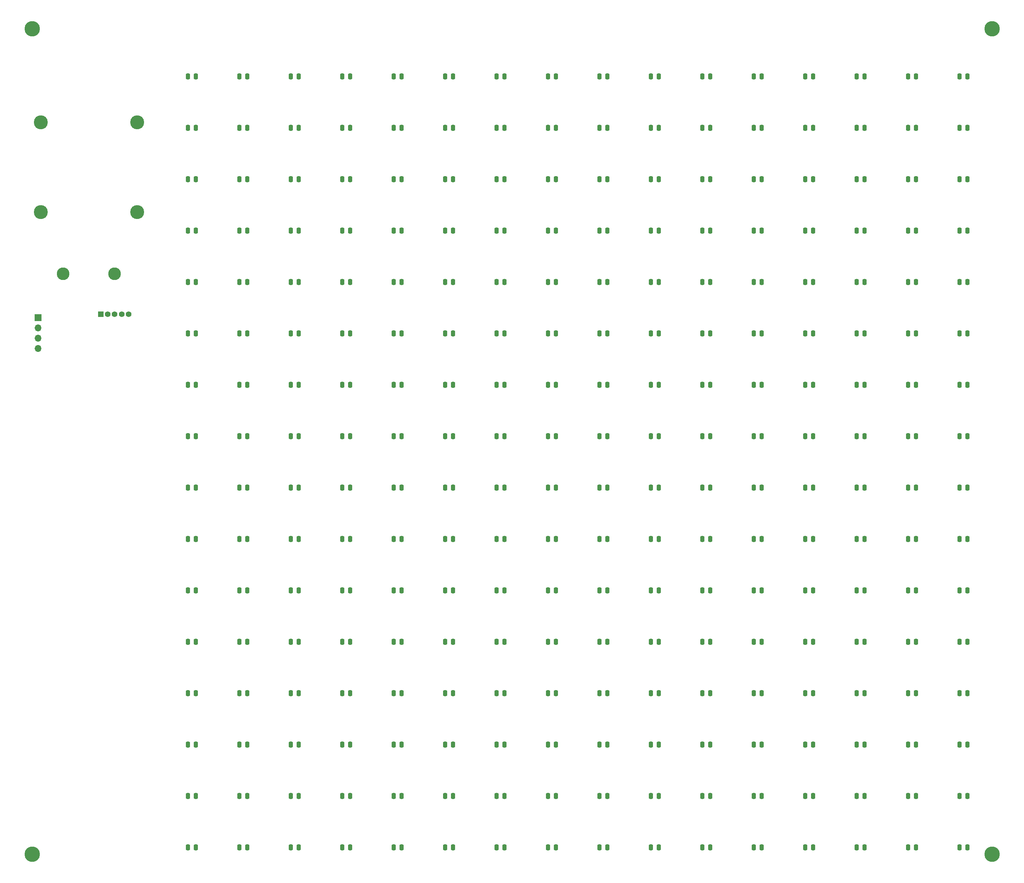
<source format=gbr>
%TF.GenerationSoftware,KiCad,Pcbnew,(7.0.0)*%
%TF.CreationDate,2023-07-17T21:56:26-06:00*%
%TF.ProjectId,led-matrix-v4,6c65642d-6d61-4747-9269-782d76342e6b,0*%
%TF.SameCoordinates,Original*%
%TF.FileFunction,Soldermask,Bot*%
%TF.FilePolarity,Negative*%
%FSLAX46Y46*%
G04 Gerber Fmt 4.6, Leading zero omitted, Abs format (unit mm)*
G04 Created by KiCad (PCBNEW (7.0.0)) date 2023-07-17 21:56:26*
%MOMM*%
%LPD*%
G01*
G04 APERTURE LIST*
G04 Aperture macros list*
%AMRoundRect*
0 Rectangle with rounded corners*
0 $1 Rounding radius*
0 $2 $3 $4 $5 $6 $7 $8 $9 X,Y pos of 4 corners*
0 Add a 4 corners polygon primitive as box body*
4,1,4,$2,$3,$4,$5,$6,$7,$8,$9,$2,$3,0*
0 Add four circle primitives for the rounded corners*
1,1,$1+$1,$2,$3*
1,1,$1+$1,$4,$5*
1,1,$1+$1,$6,$7*
1,1,$1+$1,$8,$9*
0 Add four rect primitives between the rounded corners*
20,1,$1+$1,$2,$3,$4,$5,0*
20,1,$1+$1,$4,$5,$6,$7,0*
20,1,$1+$1,$6,$7,$8,$9,0*
20,1,$1+$1,$8,$9,$2,$3,0*%
G04 Aperture macros list end*
%ADD10R,1.422400X1.422400*%
%ADD11C,1.422400*%
%ADD12R,1.700000X1.700000*%
%ADD13O,1.700000X1.700000*%
%ADD14C,3.800000*%
%ADD15RoundRect,0.250000X0.250000X0.475000X-0.250000X0.475000X-0.250000X-0.475000X0.250000X-0.475000X0*%
%ADD16C,3.450000*%
%ADD17C,3.126000*%
G04 APERTURE END LIST*
D10*
%TO.C,PS1*%
X60999999Y-115524999D03*
D11*
X62700000Y-115525000D03*
X64400000Y-115525000D03*
X66100000Y-115525000D03*
X67800000Y-115525000D03*
%TD*%
D12*
%TO.C,J1*%
X45499999Y-116399999D03*
D13*
X45499999Y-118939999D03*
X45499999Y-121479999D03*
X45499999Y-124019999D03*
%TD*%
D14*
%TO.C,REF\u002A\u002A*%
X44000000Y-45000000D03*
%TD*%
%TO.C,REF\u002A\u002A*%
X44000000Y-249000000D03*
%TD*%
%TO.C,REF\u002A\u002A*%
X281000000Y-45000000D03*
%TD*%
%TO.C,REF\u002A\u002A*%
X281000000Y-249000000D03*
%TD*%
D15*
%TO.C,C228*%
X224100000Y-209200000D03*
X222200000Y-209200000D03*
%TD*%
%TO.C,C36*%
X122500000Y-107600000D03*
X120600000Y-107600000D03*
%TD*%
%TO.C,C19*%
X109800000Y-82200000D03*
X107900000Y-82200000D03*
%TD*%
%TO.C,C90*%
X160600000Y-196500000D03*
X158700000Y-196500000D03*
%TD*%
%TO.C,C208*%
X186000000Y-171100000D03*
X184100000Y-171100000D03*
%TD*%
%TO.C,C153*%
X274900000Y-94900000D03*
X273000000Y-94900000D03*
%TD*%
%TO.C,C47*%
X97100000Y-120300000D03*
X95200000Y-120300000D03*
%TD*%
%TO.C,C200*%
X274900000Y-158400000D03*
X273000000Y-158400000D03*
%TD*%
%TO.C,C28*%
X135200000Y-94900000D03*
X133300000Y-94900000D03*
%TD*%
%TO.C,C173*%
X224100000Y-120300000D03*
X222200000Y-120300000D03*
%TD*%
%TO.C,C220*%
X236800000Y-196500000D03*
X234900000Y-196500000D03*
%TD*%
%TO.C,C113*%
X84400000Y-234600000D03*
X82500000Y-234600000D03*
%TD*%
%TO.C,C100*%
X122500000Y-209200000D03*
X120600000Y-209200000D03*
%TD*%
%TO.C,C162*%
X198700000Y-107600000D03*
X196800000Y-107600000D03*
%TD*%
%TO.C,C215*%
X262200000Y-183800000D03*
X260300000Y-183800000D03*
%TD*%
%TO.C,C27*%
X147900000Y-94900000D03*
X146000000Y-94900000D03*
%TD*%
%TO.C,C53*%
X135200000Y-133000000D03*
X133300000Y-133000000D03*
%TD*%
%TO.C,C59*%
X147900000Y-145700000D03*
X146000000Y-145700000D03*
%TD*%
%TO.C,C256*%
X186000000Y-247300000D03*
X184100000Y-247300000D03*
%TD*%
%TO.C,C125*%
X122500000Y-247300000D03*
X120600000Y-247300000D03*
%TD*%
%TO.C,C23*%
X160600000Y-82200000D03*
X158700000Y-82200000D03*
%TD*%
%TO.C,C167*%
X262200000Y-107600000D03*
X260300000Y-107600000D03*
%TD*%
%TO.C,C108*%
X135200000Y-221900000D03*
X133300000Y-221900000D03*
%TD*%
%TO.C,C166*%
X249500000Y-107600000D03*
X247600000Y-107600000D03*
%TD*%
%TO.C,C52*%
X122500000Y-133000000D03*
X120600000Y-133000000D03*
%TD*%
%TO.C,C140*%
X236800000Y-69500000D03*
X234900000Y-69500000D03*
%TD*%
%TO.C,C150*%
X249500000Y-82200000D03*
X247600000Y-82200000D03*
%TD*%
%TO.C,C135*%
X262200000Y-56800000D03*
X260300000Y-56800000D03*
%TD*%
%TO.C,C211*%
X211400000Y-183800000D03*
X209500000Y-183800000D03*
%TD*%
%TO.C,C73*%
X173300000Y-171100000D03*
X171400000Y-171100000D03*
%TD*%
%TO.C,C172*%
X236800000Y-120300000D03*
X234900000Y-120300000D03*
%TD*%
%TO.C,C196*%
X224100000Y-158400000D03*
X222200000Y-158400000D03*
%TD*%
%TO.C,C199*%
X262200000Y-158400000D03*
X260300000Y-158400000D03*
%TD*%
%TO.C,C65*%
X84400000Y-158400000D03*
X82500000Y-158400000D03*
%TD*%
%TO.C,C4*%
X122500000Y-56800000D03*
X120600000Y-56800000D03*
%TD*%
%TO.C,C239*%
X198700000Y-221900000D03*
X196800000Y-221900000D03*
%TD*%
%TO.C,C78*%
X109800000Y-171100000D03*
X107900000Y-171100000D03*
%TD*%
%TO.C,C242*%
X198700000Y-234600000D03*
X196800000Y-234600000D03*
%TD*%
%TO.C,C243*%
X211400000Y-234600000D03*
X209500000Y-234600000D03*
%TD*%
%TO.C,C210*%
X198700000Y-183800000D03*
X196800000Y-183800000D03*
%TD*%
%TO.C,C88*%
X173300000Y-183800000D03*
X171400000Y-183800000D03*
%TD*%
%TO.C,C67*%
X109800000Y-158400000D03*
X107900000Y-158400000D03*
%TD*%
%TO.C,C231*%
X262200000Y-209200000D03*
X260300000Y-209200000D03*
%TD*%
%TO.C,C112*%
X84400000Y-221900000D03*
X82500000Y-221900000D03*
%TD*%
%TO.C,C136*%
X274900000Y-56800000D03*
X273000000Y-56800000D03*
%TD*%
%TO.C,C193*%
X186000000Y-158400000D03*
X184100000Y-158400000D03*
%TD*%
%TO.C,C17*%
X84400000Y-82200000D03*
X82500000Y-82200000D03*
%TD*%
%TO.C,C158*%
X211400000Y-94900000D03*
X209500000Y-94900000D03*
%TD*%
%TO.C,C160*%
X186000000Y-94900000D03*
X184100000Y-94900000D03*
%TD*%
%TO.C,C101*%
X135200000Y-209200000D03*
X133300000Y-209200000D03*
%TD*%
%TO.C,C185*%
X274900000Y-145700000D03*
X273000000Y-145700000D03*
%TD*%
%TO.C,C99*%
X109800000Y-209200000D03*
X107900000Y-209200000D03*
%TD*%
%TO.C,C76*%
X135200000Y-171100000D03*
X133300000Y-171100000D03*
%TD*%
%TO.C,C70*%
X147900000Y-158400000D03*
X146000000Y-158400000D03*
%TD*%
%TO.C,C84*%
X122500000Y-183800000D03*
X120600000Y-183800000D03*
%TD*%
%TO.C,C226*%
X198700000Y-209200000D03*
X196800000Y-209200000D03*
%TD*%
%TO.C,C72*%
X173300000Y-158400000D03*
X171400000Y-158400000D03*
%TD*%
%TO.C,C223*%
X198700000Y-196500000D03*
X196800000Y-196500000D03*
%TD*%
%TO.C,C50*%
X97100000Y-133000000D03*
X95200000Y-133000000D03*
%TD*%
%TO.C,C39*%
X160600000Y-107600000D03*
X158700000Y-107600000D03*
%TD*%
%TO.C,C41*%
X173300000Y-120300000D03*
X171400000Y-120300000D03*
%TD*%
%TO.C,C25*%
X173300000Y-94900000D03*
X171400000Y-94900000D03*
%TD*%
%TO.C,C33*%
X84400000Y-107600000D03*
X82500000Y-107600000D03*
%TD*%
%TO.C,C232*%
X274900000Y-209200000D03*
X273000000Y-209200000D03*
%TD*%
%TO.C,C109*%
X122500000Y-221900000D03*
X120600000Y-221900000D03*
%TD*%
%TO.C,C44*%
X135200000Y-120300000D03*
X133300000Y-120300000D03*
%TD*%
%TO.C,C251*%
X249500000Y-247300000D03*
X247600000Y-247300000D03*
%TD*%
%TO.C,C168*%
X274900000Y-107600000D03*
X273000000Y-107600000D03*
%TD*%
%TO.C,C130*%
X198700000Y-56800000D03*
X196800000Y-56800000D03*
%TD*%
%TO.C,C222*%
X211400000Y-196500000D03*
X209500000Y-196500000D03*
%TD*%
%TO.C,C147*%
X211400000Y-82200000D03*
X209500000Y-82200000D03*
%TD*%
%TO.C,C237*%
X224100000Y-221900000D03*
X222200000Y-221900000D03*
%TD*%
%TO.C,C82*%
X97100000Y-183800000D03*
X95200000Y-183800000D03*
%TD*%
%TO.C,C1*%
X84400000Y-56800000D03*
X82500000Y-56800000D03*
%TD*%
%TO.C,C213*%
X236800000Y-183800000D03*
X234900000Y-183800000D03*
%TD*%
%TO.C,C35*%
X109800000Y-107600000D03*
X107900000Y-107600000D03*
%TD*%
%TO.C,C77*%
X122500000Y-171100000D03*
X120600000Y-171100000D03*
%TD*%
%TO.C,C138*%
X262200000Y-69500000D03*
X260300000Y-69500000D03*
%TD*%
%TO.C,C204*%
X236800000Y-171100000D03*
X234900000Y-171100000D03*
%TD*%
%TO.C,C157*%
X224100000Y-94900000D03*
X222200000Y-94900000D03*
%TD*%
%TO.C,C155*%
X249500000Y-94900000D03*
X247600000Y-94900000D03*
%TD*%
%TO.C,C119*%
X160600000Y-234600000D03*
X158700000Y-234600000D03*
%TD*%
%TO.C,C206*%
X211400000Y-171100000D03*
X209500000Y-171100000D03*
%TD*%
%TO.C,C61*%
X122500000Y-145700000D03*
X120600000Y-145700000D03*
%TD*%
%TO.C,C207*%
X198700000Y-171100000D03*
X196800000Y-171100000D03*
%TD*%
%TO.C,C221*%
X224100000Y-196500000D03*
X222200000Y-196500000D03*
%TD*%
%TO.C,C230*%
X249500000Y-209200000D03*
X247600000Y-209200000D03*
%TD*%
%TO.C,C9*%
X173300000Y-69500000D03*
X171400000Y-69500000D03*
%TD*%
%TO.C,C79*%
X97100000Y-171100000D03*
X95200000Y-171100000D03*
%TD*%
%TO.C,C252*%
X236800000Y-247300000D03*
X234900000Y-247300000D03*
%TD*%
%TO.C,C143*%
X198700000Y-69500000D03*
X196800000Y-69500000D03*
%TD*%
%TO.C,C188*%
X236800000Y-145700000D03*
X234900000Y-145700000D03*
%TD*%
%TO.C,C121*%
X173300000Y-247300000D03*
X171400000Y-247300000D03*
%TD*%
%TO.C,C192*%
X186000000Y-145700000D03*
X184100000Y-145700000D03*
%TD*%
%TO.C,C7*%
X160600000Y-56800000D03*
X158700000Y-56800000D03*
%TD*%
%TO.C,C16*%
X84400000Y-69500000D03*
X82500000Y-69500000D03*
%TD*%
%TO.C,C152*%
X274900000Y-82200000D03*
X273000000Y-82200000D03*
%TD*%
%TO.C,C187*%
X249500000Y-145700000D03*
X247600000Y-145700000D03*
%TD*%
%TO.C,C212*%
X224100000Y-183800000D03*
X222200000Y-183800000D03*
%TD*%
%TO.C,C198*%
X249500000Y-158400000D03*
X247600000Y-158400000D03*
%TD*%
%TO.C,C194*%
X198700000Y-158400000D03*
X196800000Y-158400000D03*
%TD*%
%TO.C,C144*%
X186000000Y-69500000D03*
X184100000Y-69500000D03*
%TD*%
%TO.C,C129*%
X186000000Y-56800000D03*
X184100000Y-56800000D03*
%TD*%
%TO.C,C142*%
X211400000Y-69500000D03*
X209500000Y-69500000D03*
%TD*%
%TO.C,C191*%
X198700000Y-145700000D03*
X196800000Y-145700000D03*
%TD*%
%TO.C,C37*%
X135200000Y-107600000D03*
X133300000Y-107600000D03*
%TD*%
%TO.C,C248*%
X274900000Y-234600000D03*
X273000000Y-234600000D03*
%TD*%
%TO.C,C240*%
X186000000Y-221900000D03*
X184100000Y-221900000D03*
%TD*%
%TO.C,C159*%
X198700000Y-94900000D03*
X196800000Y-94900000D03*
%TD*%
%TO.C,C236*%
X236800000Y-221900000D03*
X234900000Y-221900000D03*
%TD*%
%TO.C,C137*%
X274900000Y-69500000D03*
X273000000Y-69500000D03*
%TD*%
%TO.C,C95*%
X97100000Y-196500000D03*
X95200000Y-196500000D03*
%TD*%
%TO.C,C224*%
X186000000Y-196500000D03*
X184100000Y-196500000D03*
%TD*%
%TO.C,C55*%
X160600000Y-133000000D03*
X158700000Y-133000000D03*
%TD*%
%TO.C,C169*%
X274900000Y-120300000D03*
X273000000Y-120300000D03*
%TD*%
%TO.C,C146*%
X198700000Y-82200000D03*
X196800000Y-82200000D03*
%TD*%
%TO.C,C132*%
X224100000Y-56800000D03*
X222200000Y-56800000D03*
%TD*%
%TO.C,C209*%
X186000000Y-183800000D03*
X184100000Y-183800000D03*
%TD*%
%TO.C,C244*%
X224100000Y-234600000D03*
X222200000Y-234600000D03*
%TD*%
%TO.C,C31*%
X97100000Y-94900000D03*
X95200000Y-94900000D03*
%TD*%
%TO.C,C64*%
X84400000Y-145700000D03*
X82500000Y-145700000D03*
%TD*%
%TO.C,C18*%
X97100000Y-82200000D03*
X95200000Y-82200000D03*
%TD*%
%TO.C,C56*%
X173300000Y-133000000D03*
X171400000Y-133000000D03*
%TD*%
%TO.C,C80*%
X84400000Y-171100000D03*
X82500000Y-171100000D03*
%TD*%
%TO.C,C134*%
X249500000Y-56800000D03*
X247600000Y-56800000D03*
%TD*%
%TO.C,C111*%
X97100000Y-221900000D03*
X95200000Y-221900000D03*
%TD*%
%TO.C,C69*%
X135200000Y-158400000D03*
X133300000Y-158400000D03*
%TD*%
%TO.C,C93*%
X122500000Y-196500000D03*
X120600000Y-196500000D03*
%TD*%
%TO.C,C184*%
X274900000Y-133000000D03*
X273000000Y-133000000D03*
%TD*%
%TO.C,C66*%
X97100000Y-158400000D03*
X95200000Y-158400000D03*
%TD*%
%TO.C,C87*%
X160600000Y-183800000D03*
X158700000Y-183800000D03*
%TD*%
%TO.C,C5*%
X135200000Y-56800000D03*
X133300000Y-56800000D03*
%TD*%
%TO.C,C171*%
X249500000Y-120300000D03*
X247600000Y-120300000D03*
%TD*%
%TO.C,C20*%
X122500000Y-82200000D03*
X120600000Y-82200000D03*
%TD*%
%TO.C,C68*%
X122500000Y-158400000D03*
X120600000Y-158400000D03*
%TD*%
%TO.C,C81*%
X84400000Y-183800000D03*
X82500000Y-183800000D03*
%TD*%
%TO.C,C156*%
X236800000Y-94900000D03*
X234900000Y-94900000D03*
%TD*%
%TO.C,C107*%
X147900000Y-221900000D03*
X146000000Y-221900000D03*
%TD*%
%TO.C,C98*%
X97100000Y-209200000D03*
X95200000Y-209200000D03*
%TD*%
%TO.C,C216*%
X274900000Y-183800000D03*
X273000000Y-183800000D03*
%TD*%
%TO.C,C63*%
X97100000Y-145700000D03*
X95200000Y-145700000D03*
%TD*%
%TO.C,C13*%
X122500000Y-69500000D03*
X120600000Y-69500000D03*
%TD*%
%TO.C,C180*%
X224100000Y-133000000D03*
X222200000Y-133000000D03*
%TD*%
%TO.C,C106*%
X160600000Y-221900000D03*
X158700000Y-221900000D03*
%TD*%
%TO.C,C15*%
X97100000Y-69500000D03*
X95200000Y-69500000D03*
%TD*%
%TO.C,C38*%
X147900000Y-107600000D03*
X146000000Y-107600000D03*
%TD*%
%TO.C,C22*%
X147900000Y-82200000D03*
X146000000Y-82200000D03*
%TD*%
%TO.C,C115*%
X109800000Y-234600000D03*
X107900000Y-234600000D03*
%TD*%
%TO.C,C148*%
X224100000Y-82200000D03*
X222200000Y-82200000D03*
%TD*%
%TO.C,C49*%
X84400000Y-133000000D03*
X82500000Y-133000000D03*
%TD*%
%TO.C,C190*%
X211400000Y-145700000D03*
X209500000Y-145700000D03*
%TD*%
%TO.C,C58*%
X160600000Y-145700000D03*
X158700000Y-145700000D03*
%TD*%
%TO.C,C197*%
X236800000Y-158400000D03*
X234900000Y-158400000D03*
%TD*%
%TO.C,C118*%
X147900000Y-234600000D03*
X146000000Y-234600000D03*
%TD*%
%TO.C,C149*%
X236800000Y-82200000D03*
X234900000Y-82200000D03*
%TD*%
%TO.C,C57*%
X173300000Y-145700000D03*
X171400000Y-145700000D03*
%TD*%
%TO.C,C219*%
X249500000Y-196500000D03*
X247600000Y-196500000D03*
%TD*%
%TO.C,C189*%
X224100000Y-145700000D03*
X222200000Y-145700000D03*
%TD*%
%TO.C,C127*%
X97100000Y-247300000D03*
X95200000Y-247300000D03*
%TD*%
%TO.C,C203*%
X249500000Y-171100000D03*
X247600000Y-171100000D03*
%TD*%
%TO.C,C235*%
X249500000Y-221900000D03*
X247600000Y-221900000D03*
%TD*%
%TO.C,C30*%
X109800000Y-94900000D03*
X107900000Y-94900000D03*
%TD*%
%TO.C,C42*%
X160600000Y-120300000D03*
X158700000Y-120300000D03*
%TD*%
%TO.C,C54*%
X147900000Y-133000000D03*
X146000000Y-133000000D03*
%TD*%
%TO.C,C181*%
X236800000Y-133000000D03*
X234900000Y-133000000D03*
%TD*%
%TO.C,C46*%
X109800000Y-120300000D03*
X107900000Y-120300000D03*
%TD*%
%TO.C,C126*%
X109800000Y-247300000D03*
X107900000Y-247300000D03*
%TD*%
%TO.C,C2*%
X97100000Y-56800000D03*
X95200000Y-56800000D03*
%TD*%
%TO.C,C8*%
X173300000Y-56800000D03*
X171400000Y-56800000D03*
%TD*%
%TO.C,C154*%
X262200000Y-94900000D03*
X260300000Y-94900000D03*
%TD*%
%TO.C,C225*%
X186000000Y-209200000D03*
X184100000Y-209200000D03*
%TD*%
%TO.C,C250*%
X262200000Y-247300000D03*
X260300000Y-247300000D03*
%TD*%
%TO.C,C164*%
X224100000Y-107600000D03*
X222200000Y-107600000D03*
%TD*%
%TO.C,C247*%
X262200000Y-234600000D03*
X260300000Y-234600000D03*
%TD*%
%TO.C,C89*%
X173300000Y-196500000D03*
X171400000Y-196500000D03*
%TD*%
%TO.C,C92*%
X135200000Y-196500000D03*
X133300000Y-196500000D03*
%TD*%
%TO.C,C94*%
X109800000Y-196500000D03*
X107900000Y-196500000D03*
%TD*%
%TO.C,C217*%
X274900000Y-196500000D03*
X273000000Y-196500000D03*
%TD*%
%TO.C,C12*%
X135200000Y-69500000D03*
X133300000Y-69500000D03*
%TD*%
%TO.C,C43*%
X147900000Y-120300000D03*
X146000000Y-120300000D03*
%TD*%
%TO.C,C34*%
X97100000Y-107600000D03*
X95200000Y-107600000D03*
%TD*%
%TO.C,C234*%
X262200000Y-221900000D03*
X260300000Y-221900000D03*
%TD*%
%TO.C,C227*%
X211400000Y-209200000D03*
X209500000Y-209200000D03*
%TD*%
%TO.C,C201*%
X274900000Y-171100000D03*
X273000000Y-171100000D03*
%TD*%
%TO.C,C122*%
X160600000Y-247300000D03*
X158700000Y-247300000D03*
%TD*%
%TO.C,C86*%
X147900000Y-183800000D03*
X146000000Y-183800000D03*
%TD*%
%TO.C,C179*%
X211400000Y-133000000D03*
X209500000Y-133000000D03*
%TD*%
%TO.C,C195*%
X211400000Y-158400000D03*
X209500000Y-158400000D03*
%TD*%
%TO.C,C139*%
X249500000Y-69500000D03*
X247600000Y-69500000D03*
%TD*%
%TO.C,C29*%
X122500000Y-94900000D03*
X120600000Y-94900000D03*
%TD*%
%TO.C,C253*%
X224100000Y-247300000D03*
X222200000Y-247300000D03*
%TD*%
%TO.C,C104*%
X173300000Y-209200000D03*
X171400000Y-209200000D03*
%TD*%
%TO.C,C85*%
X135200000Y-183800000D03*
X133300000Y-183800000D03*
%TD*%
%TO.C,C48*%
X84400000Y-120300000D03*
X82500000Y-120300000D03*
%TD*%
%TO.C,C178*%
X198700000Y-133000000D03*
X196800000Y-133000000D03*
%TD*%
%TO.C,C21*%
X135200000Y-82200000D03*
X133300000Y-82200000D03*
%TD*%
%TO.C,C255*%
X198700000Y-247300000D03*
X196800000Y-247300000D03*
%TD*%
%TO.C,C249*%
X274900000Y-247300000D03*
X273000000Y-247300000D03*
%TD*%
%TO.C,C202*%
X262200000Y-171100000D03*
X260300000Y-171100000D03*
%TD*%
%TO.C,C218*%
X262200000Y-196500000D03*
X260300000Y-196500000D03*
%TD*%
%TO.C,C105*%
X173300000Y-221900000D03*
X171400000Y-221900000D03*
%TD*%
%TO.C,C10*%
X160600000Y-69500000D03*
X158700000Y-69500000D03*
%TD*%
%TO.C,C102*%
X147900000Y-209200000D03*
X146000000Y-209200000D03*
%TD*%
%TO.C,C103*%
X160600000Y-209200000D03*
X158700000Y-209200000D03*
%TD*%
%TO.C,C110*%
X109800000Y-221900000D03*
X107900000Y-221900000D03*
%TD*%
%TO.C,C71*%
X160600000Y-158400000D03*
X158700000Y-158400000D03*
%TD*%
D16*
%TO.C,BT1*%
X46135000Y-90360000D03*
X69965000Y-90360000D03*
X46135000Y-68130000D03*
X69965000Y-68130000D03*
D17*
X51700000Y-105600000D03*
X64400000Y-105600000D03*
%TD*%
D15*
%TO.C,C11*%
X147900000Y-69500000D03*
X146000000Y-69500000D03*
%TD*%
%TO.C,C97*%
X84400000Y-209200000D03*
X82500000Y-209200000D03*
%TD*%
%TO.C,C74*%
X160600000Y-171100000D03*
X158700000Y-171100000D03*
%TD*%
%TO.C,C233*%
X274900000Y-221900000D03*
X273000000Y-221900000D03*
%TD*%
%TO.C,C114*%
X97100000Y-234600000D03*
X95200000Y-234600000D03*
%TD*%
%TO.C,C124*%
X135200000Y-247300000D03*
X133300000Y-247300000D03*
%TD*%
%TO.C,C254*%
X211400000Y-247300000D03*
X209500000Y-247300000D03*
%TD*%
%TO.C,C117*%
X135200000Y-234600000D03*
X133300000Y-234600000D03*
%TD*%
%TO.C,C177*%
X186000000Y-133000000D03*
X184100000Y-133000000D03*
%TD*%
%TO.C,C51*%
X109800000Y-133000000D03*
X107900000Y-133000000D03*
%TD*%
%TO.C,C123*%
X147900000Y-247300000D03*
X146000000Y-247300000D03*
%TD*%
%TO.C,C83*%
X109800000Y-183800000D03*
X107900000Y-183800000D03*
%TD*%
%TO.C,C141*%
X224100000Y-69500000D03*
X222200000Y-69500000D03*
%TD*%
%TO.C,C40*%
X173300000Y-107600000D03*
X171400000Y-107600000D03*
%TD*%
%TO.C,C62*%
X109800000Y-145700000D03*
X107900000Y-145700000D03*
%TD*%
%TO.C,C163*%
X211400000Y-107600000D03*
X209500000Y-107600000D03*
%TD*%
%TO.C,C26*%
X160600000Y-94900000D03*
X158700000Y-94900000D03*
%TD*%
%TO.C,C245*%
X236800000Y-234600000D03*
X234900000Y-234600000D03*
%TD*%
%TO.C,C14*%
X109800000Y-69500000D03*
X107900000Y-69500000D03*
%TD*%
%TO.C,C120*%
X173300000Y-234600000D03*
X171400000Y-234600000D03*
%TD*%
%TO.C,C3*%
X109800000Y-56800000D03*
X107900000Y-56800000D03*
%TD*%
%TO.C,C60*%
X135200000Y-145700000D03*
X133300000Y-145700000D03*
%TD*%
%TO.C,C170*%
X262200000Y-120300000D03*
X260300000Y-120300000D03*
%TD*%
%TO.C,C32*%
X84400000Y-94900000D03*
X82500000Y-94900000D03*
%TD*%
%TO.C,C186*%
X262200000Y-145700000D03*
X260300000Y-145700000D03*
%TD*%
%TO.C,C182*%
X249500000Y-133000000D03*
X247600000Y-133000000D03*
%TD*%
%TO.C,C75*%
X147900000Y-171100000D03*
X146000000Y-171100000D03*
%TD*%
%TO.C,C96*%
X84400000Y-196500000D03*
X82500000Y-196500000D03*
%TD*%
%TO.C,C175*%
X198700000Y-120300000D03*
X196800000Y-120300000D03*
%TD*%
%TO.C,C246*%
X249500000Y-234600000D03*
X247600000Y-234600000D03*
%TD*%
%TO.C,C214*%
X249500000Y-183800000D03*
X247600000Y-183800000D03*
%TD*%
%TO.C,C6*%
X147900000Y-56800000D03*
X146000000Y-56800000D03*
%TD*%
%TO.C,C183*%
X262200000Y-133000000D03*
X260300000Y-133000000D03*
%TD*%
%TO.C,C176*%
X186000000Y-120300000D03*
X184100000Y-120300000D03*
%TD*%
%TO.C,C131*%
X211400000Y-56800000D03*
X209500000Y-56800000D03*
%TD*%
%TO.C,C238*%
X211400000Y-221900000D03*
X209500000Y-221900000D03*
%TD*%
%TO.C,C229*%
X236800000Y-209200000D03*
X234900000Y-209200000D03*
%TD*%
%TO.C,C205*%
X224100000Y-171100000D03*
X222200000Y-171100000D03*
%TD*%
%TO.C,C45*%
X122500000Y-120300000D03*
X120600000Y-120300000D03*
%TD*%
%TO.C,C165*%
X236800000Y-107600000D03*
X234900000Y-107600000D03*
%TD*%
%TO.C,C133*%
X236800000Y-56800000D03*
X234900000Y-56800000D03*
%TD*%
%TO.C,C24*%
X173300000Y-82200000D03*
X171400000Y-82200000D03*
%TD*%
%TO.C,C174*%
X211400000Y-120300000D03*
X209500000Y-120300000D03*
%TD*%
%TO.C,C128*%
X84400000Y-247300000D03*
X82500000Y-247300000D03*
%TD*%
%TO.C,C91*%
X147900000Y-196500000D03*
X146000000Y-196500000D03*
%TD*%
%TO.C,C241*%
X186000000Y-234600000D03*
X184100000Y-234600000D03*
%TD*%
%TO.C,C161*%
X186000000Y-107600000D03*
X184100000Y-107600000D03*
%TD*%
%TO.C,C151*%
X262200000Y-82200000D03*
X260300000Y-82200000D03*
%TD*%
%TO.C,C145*%
X186000000Y-82200000D03*
X184100000Y-82200000D03*
%TD*%
%TO.C,C116*%
X122500000Y-234600000D03*
X120600000Y-234600000D03*
%TD*%
M02*

</source>
